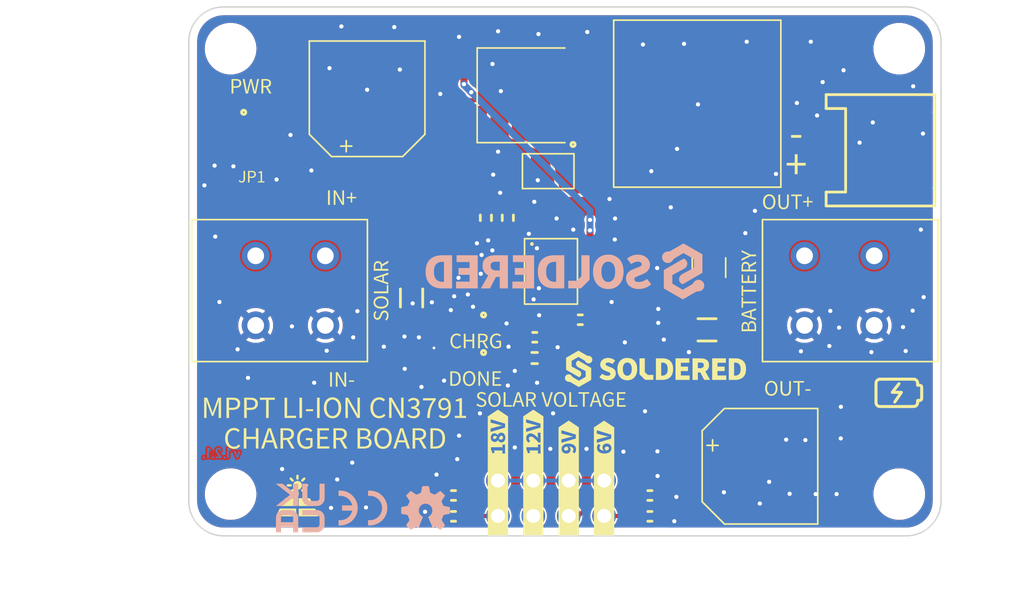
<source format=kicad_pcb>
(kicad_pcb (version 20211014) (generator pcbnew)
  (title_block (title "MPPT Li-Ion CN3791 charger board") (date "2024-03-15") (rev "V1.2.1.") (company "SOLDERED") (comment 1 "333136"))
  (layers (0 "F.Cu" signal) (31 "B.Cu" signal) (34 "B.Paste" user) (35 "F.Paste" user) (36 "B.SilkS" user "B.Silkscreen") (37 "F.SilkS" user "F.Silkscreen") (38 "B.Mask" user) (39 "F.Mask" user) (44 "Edge.Cuts" user))
  (net 0 "")
  (net 1 "GND")
  (net 2 "VCC")
  (net 3 "Net-(C4-Pad1)")
  (net 4 "Net-(C5-Pad2)")
  (net 5 "BAT")
  (net 6 "Net-(D1-Pad1)")
  (net 7 "Net-(D1-Pad2)")
  (net 8 "Net-(D2-Pad2)")
  (net 9 "Net-(D3-Pad2)")
  (net 10 "Net-(JP1-Pad2)")
  (net 11 "Net-(K2-Pad2)")
  (net 12 "Net-(K2-Pad3)")
  (net 13 "Net-(R2-Pad2)")
  (net 14 "Net-(L1-Pad2)")
  (net 15 "Net-(D3-Pad1)")
  (net 16 "Net-(D5-Pad1)")
  (net 17 "Net-(R10-Pad2)")
  (net 18 "Net-(R3-Pad2)")
  (net 19 "Net-(R5-Pad1)")
  (footprint "kibuzzard-63FDC7B8" (layer "F.Cu") (at 126.03 125.69 90)
    (fp_text reference "kibuzzard-63FDC7B8" hide)
    (fp_text value "G***" hide)
  )
  (footprint "kibuzzard-63FDC760" (layer "F.Cu") (at 121.9 116.2)
    (fp_text reference "kibuzzard-63FDC760" hide)
    (fp_text value "G***" hide)
  )
  (footprint "Soldered Graphics:Logo-Back-OSH-3.5mm" (layer "F.Cu") (at 118.3 128.2)
    (fp_text reference "G***" hide)
    (fp_text value "LOGO" hide)
  )
  (footprint "e-radionica.com footprinti:HOLE_3.2mm" (layer "F.Cu") (at 152.3 127.2)
    (fp_text reference "H2" hide)
    (fp_text value "HOLE_3.2mm" hide)
    (pad "" np_thru_hole circle locked (at 0 0) (size 3.2 3.2) (drill 3.2) (layers F&B.Cu *.Mask))
  )
  (footprint "e-radionica.com footprinti:0402LED" (layer "F.Cu") (at 121.9 117.7 180)
    (fp_text reference "D1")
    (fp_text value "Green")
    (pad "1" smd rect (at 0.55 0 270) (size 0.75 0.45) (layers "F.Cu" "F.Paste" "F.Mask") (net 6 "Net-(D1-Pad1)"))
    (pad "2" smd rect (at -0.55 0 270) (size 0.75 0.45) (layers "F.Cu" "F.Paste" "F.Mask") (net 7 "Net-(D1-Pad2)"))
  )
  (footprint "e-radionica.com footprinti:ELECTROLITIC_CAP_8x8x14.5" (layer "F.Cu") (at 114.1 98.8 90)
    (fp_text reference "C3")
    (fp_text value "VKMD1451H221MV")
    (pad "1" smd rect (at -3.3 0 180) (size 1.2 3.4) (layers "F.Cu" "F.Paste" "F.Mask") (net 2 "VCC"))
    (pad "2" smd rect (at 3.3 0 180) (size 1.2 3.4) (layers "F.Cu" "F.Paste" "F.Mask") (net 1 "GND"))
  )
  (footprint "e-radionica.com footprinti:HEADER_MALE_4X2" (layer "F.Cu") (at 127.3 127.5 90)
    (fp_text reference "K2")
    (fp_text value "HEADER_MALE_4X2")
    (pad "1" thru_hole circle (at -1.27 -3.81 90) (size 1.7 1.7) (drill 1) (layers *.Cu *.Mask) (net 18 "Net-(R3-Pad2)"))
    (pad "2" thru_hole circle (at -1.27 -1.27 90) (size 1.7 1.7) (drill 1) (layers *.Cu *.Mask) (net 11 "Net-(K2-Pad2)"))
    (pad "3" thru_hole circle (at -1.27 1.27 90) (size 1.7 1.7) (drill 1) (layers *.Cu *.Mask) (net 12 "Net-(K2-Pad3)"))
    (pad "4" thru_hole circle (at -1.27 3.81 90) (size 1.7 1.7) (drill 1) (layers *.Cu *.Mask) (net 19 "Net-(R5-Pad1)"))
    (pad "5" thru_hole circle (at 1.27 3.81 90) (size 1.7 1.7) (drill 1) (layers *.Cu *.Mask) (net 19 "Net-(R5-Pad1)"))
    (pad "6" thru_hole circle (at 1.27 1.27 90) (size 1.7 1.7) (drill 1) (layers *.Cu *.Mask) (net 19 "Net-(R5-Pad1)"))
    (pad "7" thru_hole circle (at 1.27 -1.27 90) (size 1.7 1.7) (drill 1) (layers *.Cu *.Mask) (net 19 "Net-(R5-Pad1)"))
    (pad "8" thru_hole circle (at 1.27 -3.81 90) (size 1.7 1.7) (drill 1) (layers *.Cu *.Mask) (net 19 "Net-(R5-Pad1)"))
  )
  (footprint "e-radionica.com footprinti:TERMINAL_KF235-5.0-2P" (layer "F.Cu") (at 108.6 112.58 -90)
    (fp_text reference "K1")
    (fp_text value "TERMINAL_KF235-5.0-2P")
    (pad "1" thru_hole circle (at 2.5 -2.5 270) (size 2 2) (drill 1.2) (layers *.Cu *.Mask) (net 1 "GND"))
    (pad "1" thru_hole circle (at 2.5 2.5 270) (size 2 2) (drill 1.2) (layers *.Cu *.Mask) (net 1 "GND"))
    (pad "2" thru_hole circle (at -2.5 2.5 270) (size 2 2) (drill 1.2) (layers *.Cu *.Mask) (net 2 "VCC"))
    (pad "2" thru_hole circle (at -2.5 -2.5 270) (size 2 2) (drill 1.2) (layers *.Cu *.Mask) (net 2 "VCC"))
  )
  (footprint "e-radionica.com footprinti:0603R" (layer "F.Cu") (at 120.3 128.8)
    (fp_text reference "R3")
    (fp_text value "30k")
    (pad "1" smd rect locked (at -0.775 0 90) (size 1 0.64) (layers "F.Cu" "F.Paste" "F.Mask") (net 1 "GND"))
    (pad "2" smd rect locked (at 0.775 0 90) (size 1 0.64) (layers "F.Cu" "F.Paste" "F.Mask") (net 18 "Net-(R3-Pad2)"))
  )
  (footprint "Soldered Graphics:Logo-Back-UKCA-3.5mm" (layer "F.Cu") (at 109.3 128.2)
    (fp_text reference "REF**" hide)
    (fp_text value "Logo-Back-UKCA-3.5mm" hide)
  )
  (footprint "kibuzzard-63FDC52C" (layer "F.Cu") (at 144.3 106.2)
    (fp_text reference "kibuzzard-63FDC52C" hide)
    (fp_text value "G***" hide)
  )
  (footprint "kibuzzard-65F31058" (layer "F.Cu") (at 115.1 112.58 90)
    (fp_text reference "kibuzzard-65F31058" hide)
    (fp_text value "G***" hide)
  )
  (footprint "kibuzzard-63FDC7CB" (layer "F.Cu") (at 128.57 126.08 90)
    (fp_text reference "kibuzzard-63FDC7CB" hide)
    (fp_text value "G***" hide)
  )
  (footprint "kibuzzard-63FDC6EA" (layer "F.Cu") (at 144.9 103.5)
    (fp_text reference "kibuzzard-63FDC6EA" hide)
    (fp_text value "G***" hide)
  )
  (footprint "kibuzzard-63FDC797" (layer "F.Cu") (at 123.49 125.69 90)
    (fp_text reference "kibuzzard-63FDC797" hide)
    (fp_text value "G***" hide)
  )
  (footprint "e-radionica.com footprinti:1206C" (layer "F.Cu") (at 138.5 115.4)
    (fp_text reference "C6")
    (fp_text value "10u")
    (pad "1" smd rect locked (at -1.525 0 90) (size 1.75 1) (layers "F.Cu" "F.Paste" "F.Mask") (net 1 "GND"))
    (pad "2" smd rect locked (at 1.525 0 90) (size 1.75 1) (layers "F.Cu" "F.Paste" "F.Mask") (net 5 "BAT"))
  )
  (footprint "kibuzzard-63FDC548" (layer "F.Cu") (at 144.3 119.6)
    (fp_text reference "kibuzzard-63FDC548" hide)
    (fp_text value "G***" hide)
  )
  (footprint "e-radionica.com footprinti:SMD-JUMPER-CONNECTED_TRACE_SLODERMASK" (layer "F.Cu") (at 105.8 103.2 180)
    (fp_text reference "JP1")
    (fp_text value "SMD-JUMPER-CONNECTED_TRACE_SLODERMASK")
    (fp_poly (pts (xy 0.1 0.1) (xy -0.1 0.1) (xy -0.1 -0.1) (xy 0.1 -0.1)) (layer "F.Cu") (width 0.1) (fill solid))
    (pad "1" smd rect (at -0.35 0 180) (size 0.5 1) (layers "F.Cu" "F.Mask") (net 2 "VCC"))
    (pad "2" smd rect (at 0.35 0 180) (size 0.5 1) (layers "F.Cu" "F.Mask") (net 10 "Net-(JP1-Pad2)"))
  )
  (footprint "e-radionica.com footprinti:0603C" (layer "F.Cu") (at 126.125 117.425)
    (fp_text reference "C5")
    (fp_text value "220n")
    (pad "1" smd rect locked (at -0.73 0) (size 0.66 1) (layers "F.Cu" "F.Paste" "F.Mask") (net 1 "GND"))
    (pad "2" smd rect locked (at 0.73 0) (size 0.66 1) (layers "F.Cu" "F.Paste" "F.Mask") (net 4 "Net-(C5-Pad2)"))
  )
  (footprint "e-radionica.com footprinti:JST-2pin-SMD" (layer "F.Cu") (at 150.05 102.5 -90)
    (fp_text reference "K3")
    (fp_text value "JST-2pin-SMD")
    (pad "" smd rect locked (at 3.3 -3.15 270) (size 1 3) (layers "F.Cu" "F.Paste" "F.Mask"))
    (pad "" smd rect locked (at -3.3 -3.15 270) (size 1 3) (layers "F.Cu" "F.Paste" "F.Mask"))
    (pad "1" smd rect locked (at 1 3.15 270) (size 1.1 2) (layers "F.Cu" "F.Paste" "F.Mask") (net 5 "BAT"))
    (pad "2" smd rect locked (at -1 3.15 270) (size 1.1 2) (layers "F.Cu" "F.Paste" "F.Mask") (net 1 "GND"))
  )
  (footprint "kibuzzard-63FDC769" (layer "F.Cu") (at 121.9 118.9)
    (fp_text reference "kibuzzard-63FDC769" hide)
    (fp_text value "G***" hide)
  )
  (footprint "Soldered Graphics:Symbol-Front-Battery" (layer "F.Cu") (at 152.27 120)
    (fp_text reference "G***" hide)
    (fp_text value "LOGO" hide)
  )
  (footprint "e-radionica.com footprinti:CN3791" (layer "F.Cu") (at 127.3 111.2)
    (fp_text reference "U1")
    (fp_text value "CN3791")
    (pad "1" smd rect (at -2.8 -2 270) (size 0.45 1.3) (layers "F.Cu" "F.Paste" "F.Mask") (net 3 "Net-(C4-Pad1)"))
    (pad "2" smd rect (at -2.8 -1 270) (size 0.45 1.3) (layers "F.Cu" "F.Paste" "F.Mask") (net 1 "GND"))
    (pad "3" smd rect (at -2.8 0 270) (size 0.45 1.3) (layers "F.Cu" "F.Paste" "F.Mask") (net 8 "Net-(D2-Pad2)"))
    (pad "4" smd rect (at -2.8 1 270) (size 0.45 1.3) (layers "F.Cu" "F.Paste" "F.Mask") (net 7 "Net-(D1-Pad2)"))
    (pad "5" smd rect (at -2.8 2 270) (size 0.45 1.3) (layers "F.Cu" "F.Paste" "F.Mask") (net 13 "Net-(R2-Pad2)"))
    (pad "6" smd rect (at 2.8 2 270) (size 0.45 1.3) (layers "F.Cu" "F.Paste" "F.Mask") (net 19 "Net-(R5-Pad1)"))
    (pad "7" smd rect (at 2.8 1 270) (size 0.45 1.3) (layers "F.Cu" "F.Paste" "F.Mask") (net 5 "BAT"))
    (pad "8" smd rect (at 2.8 0 270) (size 0.45 1.3) (layers "F.Cu" "F.Paste" "F.Mask") (net 14 "Net-(L1-Pad2)"))
    (pad "9" smd rect (at 2.8 -1 270) (size 0.45 1.3) (layers "F.Cu" "F.Paste" "F.Mask") (net 2 "VCC"))
    (pad "10" smd rect (at 2.8 -2 270) (size 0.45 1.3) (layers "F.Cu" "F.Paste" "F.Mask") (net 15 "Net-(D3-Pad1)"))
  )
  (footprint "e-radionica.com footprinti:0603C" (layer "F.Cu") (at 122.625 107.35 90)
    (fp_text reference "C2")
    (fp_text value "1u")
    (pad "1" smd rect locked (at -0.73 0 90) (size 0.66 1) (layers "F.Cu" "F.Paste" "F.Mask") (net 1 "GND"))
    (pad "2" smd rect locked (at 0.73 0 90) (size 0.66 1) (layers "F.Cu" "F.Paste" "F.Mask") (net 2 "VCC"))
  )
  (footprint "e-radionica.com footprinti:0402LED" (layer "F.Cu") (at 105.8 99.1)
    (fp_text reference "D5")
    (fp_text value "purple")
    (pad "1" smd rect (at 0.55 0 90) (size 0.75 0.45) (layers "F.Cu" "F.Paste" "F.Mask") (net 16 "Net-(D5-Pad1)"))
    (pad "2" smd rect (at -0.55 0 90) (size 0.75 0.45) (layers "F.Cu" "F.Paste" "F.Mask") (net 1 "GND"))
  )
  (footprint "Soldered Graphics:Logo-Back-CE-3.5mm" (layer "F.Cu") (at 113.8 128.2)
    (fp_text reference "REF**" hide)
    (fp_text value "Logo-Back-CE-3.5mm" hide)
  )
  (footprint "e-radionica.com footprinti:DPAK" (layer "F.Cu") (at 123.2 98.55 180)
    (fp_text reference "D3")
    (fp_text value "AOD4185")
    (pad "1" smd rect (at 2.79 2.285 180) (size 3 1.6) (layers "F.Cu" "F.Paste" "F.Mask") (net 15 "Net-(D3-Pad1)"))
    (pad "2" smd rect (at -4.39 0 180) (size 6.2 5.8) (layers "F.Cu" "F.Paste" "F.Mask") (net 9 "Net-(D3-Pad2)"))
    (pad "3" smd rect (at 2.79 -2.285 180) (size 3 1.6) (layers "F.Cu" "F.Paste" "F.Mask") (net 2 "VCC"))
  )
  (footprint "e-radionica.com footprinti:RBR5LAM30ATFTR" (layer "F.Cu") (at 127.1 104)
    (fp_text reference "D4")
    (fp_text value "RBR5LAM30ATFTR")
    (pad "1" smd rect locked (at 2.2 0) (size 1.4 2) (layers "F.Cu" "F.Paste" "F.Mask") (net 9 "Net-(D3-Pad2)"))
    (pad "2" smd rect locked (at -2.2 0) (size 1.4 2) (layers "F.Cu" "F.Paste" "F.Mask") (net 1 "GND"))
  )
  (footprint "e-radionica.com footprinti:0402LED" (layer "F.Cu") (at 121.9 115 180)
    (fp_text reference "D2")
    (fp_text value "Red")
    (pad "1" smd rect (at 0.55 0 270) (size 0.75 0.45) (layers "F.Cu" "F.Paste" "F.Mask") (net 6 "Net-(D1-Pad1)"))
    (pad "2" smd rect (at -0.55 0 270) (size 0.75 0.45) (layers "F.Cu" "F.Paste" "F.Mask") (net 8 "Net-(D2-Pad2)"))
  )
  (footprint "kibuzzard-63FDC46F" (layer "F.Cu") (at 105.8 97.9)
    (fp_text reference "kibuzzard-63FDC46F" hide)
    (fp_text value "G***" hide)
  )
  (footprint "kibuzzard-65F310BD" (layer "F.Cu") (at 141.5 112.58 90)
    (fp_text reference "kibuzzard-65F310BD" hide)
    (fp_text value "G***" hide)
  )
  (footprint "e-radionica.com footprinti:0402R" (layer "F.Cu") (at 119.9 115 180)
    (fp_text reference "R1")
    (fp_text value "4k7")
    (pad "1" smd rect locked (at -0.5 0 270) (size 0.64 0.54) (layers "F.Cu" "F.Paste" "F.Mask") (net 6 "Net-(D1-Pad1)"))
    (pad "2" smd rect locked (at 0.5 0 270) (size 0.64 0.54) (layers "F.Cu" "F.Paste" "F.Mask") (net 2 "VCC"))
  )
  (footprint "e-radionica.com footprinti:1210R" (layer "F.Cu") (at 138.64 110.93 -90)
    (fp_text reference "R8")
    (fp_text value "40m")
    (pad "1" smd rect (at -1.525 0) (size 2.65 1.2) (layers "F.Cu" "F.Paste" "F.Mask") (net 14 "Net-(L1-Pad2)"))
    (pad "2" smd rect (at 1.525 0) (size 2.65 1.2) (layers "F.Cu" "F.Paste" "F.Mask") (net 5 "BAT"))
  )
  (footprint "Soldered Graphics:Logo-Back-SolderedFULL-20mm" (layer "F.Cu") (at 128.3 111.2)
    (fp_text reference "REF**" hide)
    (fp_text value "Logo-Front-SolderedFULL-20mm" hide)
  )
  (footprint "e-radionica.com footprinti:0603R" (layer "F.Cu") (at 134.4 127.3 180)
    (fp_text reference "R6")
    (fp_text value "130k")
    (pad "1" smd rect locked (at -0.775 0 270) (size 1 0.64) (layers "F.Cu" "F.Paste" "F.Mask") (net 1 "GND"))
    (pad "2" smd rect locked (at 0.775 0 270) (size 1 0.64) (layers "F.Cu" "F.Paste" "F.Mask") (net 12 "Net-(K2-Pad3)"))
  )
  (footprint "kibuzzard-65F3056F" (layer "F.Cu") (at 127.3 120.4)
    (fp_text reference "kibuzzard-65F3056F" hide)
    (fp_text value "G***" hide)
  )
  (footprint "kibuzzard-63FDC4F1" (layer "F.Cu") (at 112.3 118.96)
    (fp_text reference "kibuzzard-63FDC4F1" hide)
    (fp_text value "G***" hide)
  )
  (footprint "e-radionica.com footprinti:0603R" (layer "F.Cu") (at 120.3 127.3)
    (fp_text reference "R4")
    (fp_text value "62k")
    (pad "1" smd rect locked (at -0.775 0 90) (size 1 0.64) (layers "F.Cu" "F.Paste" "F.Mask") (net 1 "GND"))
    (pad "2" smd rect locked (at 0.775 0 90) (size 1 0.64) (layers "F.Cu" "F.Paste" "F.Mask") (net 11 "Net-(K2-Pad2)"))
  )
  (footprint "kibuzzard-63FDC7F0" (layer "F.Cu") (at 131.11 126.08 90)
    (fp_text reference "kibuzzard-63FDC7F0" hide)
    (fp_text value "G***" hide)
  )
  (footprint "Soldered Graphics:Symbol-Front-Solar" (layer "F.Cu") (at 109.1 127.3)
    (fp_text reference "G***" hide)
    (fp_text value "LOGO" hide)
  )
  (footprint "e-radionica.com footprinti:HOLE_3.2mm" (layer "F.Cu") (at 104.3 95.2)
    (fp_text reference "H1" hide)
    (fp_text value "HOLE_3.2mm" hide)
    (pad "" np_thru_hole circle locked (at 0 0) (size 3.2 3.2) (drill 3.2) (layers F&B.Cu *.Mask))
  )
  (footprint "kibuzzard-65F312DB" (layer "F.Cu") (at 111.8 123.2)
    (fp_text reference "kibuzzard-65F312DB" hide)
    (fp_text value "G***" hide)
  )
  (footprint "Soldered Graphics:Logo-Front-SolderedFULL-13mm" (layer "F.Cu") (at 134.8 118.2)
    (fp_text reference "REF**" hide)
    (fp_text value "Logo-Front-SolderedFULL-13mm" hide)
  )
  (footprint "e-radionica.com footprinti:HOLE_3.2mm" (layer "F.Cu") (at 104.3 127.2)
    (fp_text reference "H3" hide)
    (fp_text value "HOLE_3.2mm" hide)
    (pad "" np_thru_hole circle locked (at 0 0) (size 3.2 3.2) (drill 3.2) (layers F&B.Cu *.Mask))
  )
  (footprint "e-radionica.com footprinti:0603R" (layer "F.Cu") (at 134.4 128.8 180)
    (fp_text reference "R7")
    (fp_text value "75k")
    (pad "1" smd rect locked (at -0.775 0 270) (size 1 0.64) (layers "F.Cu" "F.Paste" "F.Mask") (net 1 "GND"))
    (pad "2" smd rect locked (at 0.775 0 270) (size 1 0.64) (layers "F.Cu" "F.Paste" "F.Mask") (net 19 "Net-(R5-Pad1)"))
  )
  (footprint "e-radionica.com footprinti:1206C" (layer "F.Cu") (at 117.29 113.11 90)
    (fp_text reference "C1")
    (fp_text value "10u")
    (pad "1" smd rect locked (at -1.525 0 180) (size 1.75 1) (layers "F.Cu" "F.Paste" "F.Mask") (net 1 "GND"))
    (pad "2" smd rect locked (at 1.525 0 180) (size 1.75 1) (layers "F.Cu" "F.Paste" "F.Mask") (net 2 "VCC"))
  )
  (footprint "e-radionica.com footprinti:FIDUCIAL_23" (layer "F.Cu") (at 152.34 103.07)
    (fp_text reference "FD1")
    (fp_text value "FIDUCIAL")
    (fp_circle (center 0 0) (end 1 0) (layer "F.Cu") (width 0.2) (fill none))
    (pad "1" smd circle (at 0 0) (size 1 1) (layers "F.Cu" "F.Paste" "F.Mask") (clearance 1.1))
  )
  (footprint "e-radionica.com footprinti:TERMINAL_KF235-5.0-2P" (layer "F.Cu") (at 148 112.58 90)
    (fp_text reference "K6")
    (fp_text value "TERMINAL_KF235-5.0-2P")
    (pad "1" thru_hole circle (at 2.5 -2.5 90) (size 2 2) (drill 1.2) (layers *.Cu *.Mask) (net 5 "BAT"))
    (pad "1" thru_hole circle (at 2.5 2.5 90) (size 2 2) (drill 1.2) (layers *.Cu *.Mask) (net 5 "BAT"))
    (pad "2" thru_hole circle (at -2.5 2.5 90) (size 2 2) (drill 1.2) (layers *.Cu *.Mask) (net 1 "GND"))
    (pad "2" thru_hole circle (at -2.5 -2.5 90) (size 2 2) (drill 1.2) (layers *.Cu *.Mask) (net 1 "GND"))
  )
  (footprint "e-radionica.com footprinti:0402R" (layer "F.Cu") (at 105.8 100.5)
    (fp_text reference "R9")
    (fp_text value "2k2")
    (pad "1" smd rect locked (at -0.5 0 90) (size 0.64 0.54) (layers "F.Cu" "F.Paste" "F.Mask") (net 17 "Net-(R10-Pad2)"))
    (pad "2" smd rect locked (at 0.5 0 90) (size 0.64 0.54) (layers "F.Cu" "F.Paste" "F.Mask") (net 16 "Net-(D5-Pad1)"))
  )
  (footprint "e-radionica.com footprinti:ELECTROLITIC_CAP_8x8x14.5" (layer "F.Cu") (at 142.3 125.2)
    (fp_text reference "C7")
    (fp_text value "VKMD1451H221MV")
    (pad "1" smd rect (at -3.3 0 90) (size 1.2 3.4) (layers "F.Cu" "F.Paste" "F.Mask") (net 5 "BAT"))
    (pad "2" smd rect (at 3.3 0 90) (size 1.2 3.4) (layers "F.Cu" "F.Paste" "F.Mask") (net 1 "GND"))
  )
  (footprint "kibuzzard-63FDC4D6" (layer "F.Cu") (at 112.3 105.9)
    (fp_text reference "kibuzzard-63FDC4D6" hide)
    (fp_text value "G***" hide)
  )
  (footprint "kibuzzard-63FDC496" (layer "F.Cu") (at 105.8 104.4)
    (fp_text reference "kibuzzard-63FDC496" hide)
    (fp_text value "G***" hide)
  )
  (footprint "kibuzzard-65F312C9" (layer "F.Cu") (at 111.8 121)
    (fp_text reference "kibuzzard-65F312C9" hide)
    (fp_text value "G***" hide)
  )
  (footprint "e-radionica.com footprinti:HOLE_3.2mm" (layer "F.Cu") (at 152.3 95.2)
    (fp_text reference "H4" hide)
    (fp_text value "HOLE_3.2mm" hide)
    (pad "" np_thru_hole circle locked (at 0 0) (size 3.2 3.2) (drill 3.2) (layers F&B.Cu *.Mask))
  )
  (footprint "e-radionica.com footprinti:0603R" (layer "F.Cu") (at 129.4 114.675 180)
    (fp_text reference "R5")
    (fp_text value "300k")
    (pad "1" smd rect locked (at -0.775 0 270) (size 1 0.64) (layers "F.Cu" "F.Paste" "F.Mask") (net 19 "Net-(R5-Pad1)"))
    (pad "2" smd rect locked (at 0.775 0 270) (size 1 0.64) (layers "F.Cu" "F.Paste" "F.Mask") (net 2 "VCC"))
  )
  (footprint "e-radionica.com footprinti:YPRH1209-470M" (layer "F.Cu") (at 137.8 99.15)
    (fp_text reference "L1")
    (fp_text value "YPRH1209-470M")
    (pad "1" smd rect (at -4.1 0 90) (size 5.4 2.8) (layers "F.Cu" "F.Paste" "F.Mask") (net 9 "Net-(D3-Pad2)"))
    (pad "2" smd rect (at 4.1 0 90) (size 5.4 2.8) (layers "F.Cu" "F.Paste" "F.Mask") (net 14 "Net-(L1-Pad2)"))
  )
  (footprint "e-radionica.com footprinti:0603C" (layer "F.Cu") (at 124.2 107.35 90)
    (fp_text reference "C4")
    (fp_text value "100n")
    (pad "1" smd rect locked (at -0.73 0 90) (size 0.66 1) (layers "F.Cu" "F.Paste" "F.Mask") (net 3 "Net-(C4-Pad1)"))
    (pad "2" smd rect locked (at 0.73 0 90) (size 0.66 1) (layers "F.Cu" "F.Paste" "F.Mask") (net 2 "VCC"))
  )
  (footprint "e-radionica.com footprinti:0402R" (layer "F.Cu") (at 105.8 101.7 180)
    (fp_text reference "R10")
    (fp_text value "2k2")
    (pad "1" smd rect locked (at -0.5 0 270) (size 0.64 0.54) (layers "F.Cu" "F.Paste" "F.Mask") (net 10 "Net-(JP1-Pad2)"))
    (pad "2" smd rect locked (at 0.5 0 270) (size 0.64 0.54) (layers "F.Cu" "F.Paste" "F.Mask") (net 17 "Net-(R10-Pad2)"))
  )
  (footprint "kibuzzard-63FDC6FB" (layer "F.Cu") (at 144.9 101.5)
    (fp_text reference "kibuzzard-63FDC6FB" hide)
    (fp_text value "G***" hide)
  )
  (footprint "e-radionica.com footprinti:0603R" (layer "F.Cu") (at 126.135 115.935 180)
    (fp_text reference "R2")
    (fp_text value "120R")
    (pad "1" smd rect locked (at -0.775 0 270) (size 1 0.64) (layers "F.Cu" "F.Paste" "F.Mask") (net 4 "Net-(C5-Pad2)"))
    (pad "2" smd rect locked (at 0.775 0 270) (size 1 0.64) (layers "F.Cu" "F.Paste" "F.Mask") (net 13 "Net-(R2-Pad2)"))
  )
  (footprint "Soldered Graphics:Version1.2.1." (layer "B.Cu") (at 103.4 124.2 180)
    (fp_text reference "REF**" hide)
    (fp_text value "Version1.2.1." hide)
    (fp_poly (pts (xy -0.74 -0.4) (xy -0.69 -0.4) (xy -0.67 -0.36) (xy -0.67 0.3) (xy -0.71 0.33) (xy -0.76 0.33) (xy -0.8 0.29) (xy -0.91 0.17) (xy -0.93 0.12) (xy -0.9 0.11) (xy -0.81 0.17) (xy -0.77 0.18) (xy -0.77 -0.36) (xy -0.74 -0.4)) (layer "B.Cu") (width 0.01) (fill solid))
    (fp_poly (pts (xy -1.4 -0.4) (xy -1.34 -0.4) (xy -1.32 -0.36) (xy -1.16 0.05) (xy -1.18 0.08) (xy -1.24 0.08) (xy -1.26 0.05) (xy -1.35 -0.21) (xy -1.37 -0.26) (xy -1.4 -0.22) (xy -1.48 0.04) (xy -1.51 0.08) (xy -1.57 0.08) (xy -1.59 0.05) (xy -1.43 -0.36) (xy -1.4 -0.4)) (layer "B.Cu") (width 0.01) (fill solid))
    (fp_poly (pts (xy 0.98 -0.43) (xy 1.03 -0.43) (xy 1.09 -0.42) (xy 1.09 -0.38) (xy 1.09 -0.32) (xy 1.05 -0.31) (xy 1 -0.31) (xy 0.97 -0.34) (xy 0.97 -0.39) (xy 0.98 -0.43)) (layer "B.Cu") (width 0.01) (fill solid))
    (fp_poly (pts (xy 0.32 -0.43) (xy 0.37 -0.43) (xy 0.43 -0.42) (xy 0.43 -0.38) (xy 0.43 -0.32) (xy 0.39 -0.31) (xy 0.34 -0.31) (xy 0.31 -0.34) (xy 0.31 -0.39) (xy 0.32 -0.43)) (layer "B.Cu") (width 0.01) (fill solid))
    (fp_poly (pts (xy -0.52 -0.43) (xy -0.47 -0.43) (xy -0.41 -0.42) (xy -0.41 -0.38) (xy -0.41 -0.32) (xy -0.45 -0.31) (xy -0.5 -0.31) (xy -0.53 -0.34) (xy -0.53 -0.39) (xy -0.52 -0.43)) (layer "B.Cu") (width 0.01) (fill solid))
    (fp_poly (pts (xy 0.7 -0.4) (xy 0.75 -0.4) (xy 0.77 -0.36) (xy 0.77 0.3) (xy 0.73 0.33) (xy 0.68 0.33) (xy 0.64 0.29) (xy 0.53 0.17) (xy 0.51 0.12) (xy 0.54 0.11) (xy 0.63 0.17) (xy 0.67 0.18) (xy 0.67 -0.36) (xy 0.7 -0.4)) (layer "B.Cu") (width 0.01) (fill solid))
    (fp_poly (pts (xy -0.2 -0.4) (xy 0.13 -0.4) (xy 0.17 -0.38) (xy 0.17 -0.33) (xy 0.13 -0.32) (xy -0.09 -0.32) (xy -0.08 -0.28) (xy 0.09 -0.07) (xy 0.12 -0.02) (xy 0.14 0.03) (xy 0.16 0.08) (xy 0.16 0.13) (xy 0.15 0.19) (xy 0.14 0.24) (xy 0.11 0.27) (xy 0.06 0.31) (xy 0.01 0.33) (xy -0.05 0.33) (xy -0.11 0.31) (xy -0.15 0.27) (xy -0.18 0.24) (xy -0.2 0.19) (xy -0.21 0.14) (xy -0.2 0.09) (xy -0.14 0.09) (xy -0.12 0.13) (xy -0.11 0.18) (xy -0.08 0.22) (xy -0.03 0.24) (xy 0.02 0.24) (xy 0.06 0.19) (xy 0.07 0.14) (xy 0.06 0.09) (xy 0.05 0.04) (xy 0.02 -0.01) (xy -0.19 -0.26) (xy -0.22 -0.31) (xy -0.22 -0.36) (xy -0.2 -0.4)) (layer "B.Cu") (width 0.01) (fill solid))
  )
  (gr_arc (start 152.8 92.2) (mid 154.567767 92.932233) (end 155.3 94.7) (layer "Edge.Cuts") (width 0.1))
  (gr_line (start 103.8 130.2) (end 152.8 130.2) (layer "Edge.Cuts") (width 0.1))
  (gr_arc (start 101.3 94.7) (mid 102.032233 92.932233) (end 103.8 92.2) (layer "Edge.Cuts") (width 0.1))
  (gr_arc (start 103.8 130.2) (mid 102.032233 129.467767) (end 101.3 127.7) (layer "Edge.Cuts") (width 0.1))
  (gr_line (start 152.8 92.2) (end 103.8 92.2) (layer "Edge.Cuts") (width 0.1))
  (gr_line (start 155.3 127.7) (end 155.3 94.7) (layer "Edge.Cuts") (width 0.1))
  (gr_line (start 101.3 94.7) (end 101.3 127.7) (layer "Edge.Cuts") (width 0.1))
  (gr_arc (start 155.3 127.7) (mid 154.567767 129.467767) (end 152.8 130.2) (layer "Edge.Cuts") (width 0.1))
  (via (at 131.5 106) (size 0.5) (drill 0.3) (layers "F.Cu" "B.Cu") (net 1))
  (via (at 125.71 108.5) (size 0.5) (drill 0.3) (layers "F.Cu" "B.Cu") (net 1))
  (via (at 146.4 100) (size 0.5) (drill 0.3) (layers "F.Cu" "B.Cu") (net 1))
  (via (at 122.2 121.4) (size 0.5) (drill 0.3) (layers "F.Cu" "B.Cu") (net 1))
  (via (at 147.98 115.24) (size 0.5) (drill 0.3) (layers "F.Cu" "B.Cu") (net 1))
  (via (at 131.9 107.4) (size 0.5) (drill 0.3) (layers "F.Cu" "B.Cu") (net 1))
  (via (at 113.03 124.94) (size 0.5) (drill 0.3) (layers "F.Cu" "B.Cu") (net 1))
  (via (at 124.25 116.61) (size 0.5) (drill 0.3) (layers "F.Cu" "B.Cu") (net 1))
  (via (at 121.7 113.74) (size 0.5) (drill 0.3) (layers "F.Cu" "B.Cu") (net 1))
  (via (at 114.02 128.16) (size 0.5) (drill 0.3) (layers "F.Cu" "B.Cu") (net 1))
  (via (at 104.5 103.65) (size 0.5) (drill 0.3) (layers "F.Cu" "B.Cu") (net 1))
  (via (at 126.05 113.21) (size 0.5) (drill 0.3) (layers "F.Cu" "B.Cu") (net 1))
  (via (at 120.11 113.98) (size 0.5) (drill 0.3) (layers "F.Cu" "B.Cu") (net 1))
  (via (at 131.65 113.4) (size 0.5) (drill 0.3) (layers "F.Cu" "B.Cu") (net 1))
  (via (at 126.1 106.2) (size 0.5) (drill 0.3) (layers "F.Cu" "B.Cu") (net 1))
  (via (at 103.15 103.6) (size 0.5) (drill 0.3) (layers "F.Cu" "B.Cu") (net 1))
  (via (at 142.96 126.32) (size 0.5) (drill 0.3) (layers "F.Cu" "B.Cu") (net 1))
  (via (at 127.45 121.4) (size 0.5) (drill 0.3) (layers "F.Cu" "B.Cu") (net 1))
  (via (at 148.3 96.75) (size 0.5) (drill 0.3) (layers "F.Cu" "B.Cu") (net 1))
  (via (at 111.2 116.9) (size 0.5) (drill 0.3) (layers "F.Cu" "B.Cu") (net 1))
  (via (at 123.5 102.6) (size 0.5) (drill 0.3) (layers "F.Cu" "B.Cu") (net 1))
  (via (at 152.57 115.2) (size 0.5) (drill 0.3) (layers "F.Cu" "B.Cu") (net 1))
  (via (at 120.7 94.35) (size 0.5) (drill 0.3) (layers "F.Cu" "B.Cu") (net 1))
  (via (at 132.6 116.3) (size 0.5) (drill 0.3) (layers "F.Cu" "B.Cu") (net 1))
  (via (at 105.55 118.85) (size 0.5) (drill 0.3) (layers "F.Cu" "B.Cu") (net 1))
  (via (at 144.95 99.1) (size 0.5) (drill 0.3) (layers "F.Cu" "B.Cu") (net 1))
  (via (at 148.1 123.2) (size 0.5) (drill 0.3) (layers "F.Cu" "B.Cu") (net 1))
  (via (at 119.35 98.45) (size 0.5) (drill 0.3) (layers "F.Cu" "B.Cu") (net 1))
  (via (at 137.85 99.2) (size 0.5) (drill 0.3) (layers "F.Cu" "B.Cu") (net 1))
  (via (at 108.7 115.15) (size 0.5) (drill 0.3) (layers "F.Cu" "B.Cu") (net 1))
  (via (at 120.66 111.66) (size 0.5) (drill 0.3) (layers "F.Cu" "B.Cu") (net 1))
  (via (at 144.18 123.29) (size 0.5) (drill 0.3) (layers "F.Cu" "B.Cu") (net 1))
  (via (at 135.4 116.1) (size 0.5) (drill 0.3) (layers "F.Cu" "B.Cu") (net 1))
  (via (at 153.26 114.02) (size 0.5) (drill 0.3) (layers "F.Cu" "B.Cu") (net 1))
  (via (at 104.8 116.8) (size 0.5) (drill 0.3) (layers "F.Cu" "B.Cu") (net 1))
  (via (at 129.85 123.95) (size 0.5) (drill 0.3) (layers "F.Cu" "B.Cu") (net 1))
  (via (at 127.25 123.95) (size 0.5) (drill 0.3) (layers "F.Cu" "B.Cu") (net 1))
  (via (at 146.3 127.2) (size 0.5) (drill 0.3) (layers "F.Cu" "B.Cu") (net 1))
  (via (at 124.7 118.35) (size 0.5) (drill 0.3) (layers "F.Cu" "B.Cu") (net 1))
  (via (at 141.35 94.7) (size 0.5) (drill 0.3) (layers "F.Cu" "B.Cu") (net 1))
  (via (at 111.51 128.19) (size 0.5) (drill 0.3) (layers "F.Cu" "B.Cu") (net 1))
  (via (at 124.2 119.4) (size 0.5) (drill 0.3) (layers "F.Cu" "B.Cu") (net 1))
  (via (at 149.45 101.95) (size 0.5) (drill 0.3) (layers "F.Cu" "B.Cu") (net 1))
  (via (at 126.3 119.2) (size 0.5) (drill 0.3) (layers "F.Cu" "B.Cu") (net 1))
  (via (at 103.5 113.4) (size 0.5) (drill 0.3) (layers "F.Cu" "B.Cu") (net 1))
  (via (at 126.35 104.65) (size 0.5) (drill 0.3) (layers "F.Cu" "B.Cu") (net 1))
  (via (at 142.29 127.88) (size 0.5) (drill 0.3) (layers "F.Cu" "B.Cu") (net 1))
  (via (at 111.95 126.15) (size 0.5) (drill 0.3) (layers "F.Cu" "B.Cu") (net 1))
  (via (at 124.7 123.85) (size 0.5) (drill 0.3) (layers "F.Cu" "B.Cu") (net 1))
  (via (at 118.9 116.7) (size 0.4) (drill 0.2) (layers "F.Cu" "B.Cu") (net 1))
  (via (at 135 113.9) (size 0.5) (drill 0.3) (layers "F.Cu" "B.Cu") (net 1))
  (via (at 123.1 96.3) (size 0.5) (drill 0.3) (layers "F.Cu" "B.Cu") (net 1))
  (via (at 123.15 104.25) (size 0.5) (drill 0.3) (layers "F.Cu" "B.Cu") (net 1))
  (via (at 120.7 123) (size 0.5) (drill 0.3) (layers "F.Cu" "B.Cu") (net 1))
  (via (at 147.28 116.56) (size 0.5) (drill 0.3) (layers "F.Cu" "B.Cu") (net 1))
  (via (at 118 119.5) (size 0.5) (drill 0.3) (layers "F.Cu" "B.Cu") (net 1))
  (via (at 134.5 104) (size 0.5) (drill 0.3) (layers "F.Cu" "B.Cu") (net 1))
  (via (at 103.2 108.7) (size 0.5) (drill 0.3) (layers "F.Cu" "B.Cu") (net 1))
  (via (at 136.3 127.4) (size 0.5) (drill 0.3) (layers "F.Cu" "B.Cu") (net 1))
  (via (at 126.29 109.54) (size 0.5) (drill 0.3) (layers "F.Cu" "B.Cu") (net 1))
  (via (at 134.92 110.96) (size 0.5) (drill 0.3) (layers "F.Cu" "B.Cu") (net 1))
  (via (at 136.35 102.4) (size 0.5) (drill 0.3) (layers "F.Cu" "B.Cu") (net 1))
  (via (at 116.05 93.65) (size 0.5) (drill 0.3) (layers "F.Cu" "B.Cu") (net 1))
  (via (at 117.82 115.94) (size 0.5) (drill 0.3) (layers "F.Cu" "B.Cu") (net 1))
  (via (at 119.08 125.8) (size 0.5) (drill 0.3) (layers "F.Cu" "B.Cu") (net 1))
  (via (at 117.37 113.5) (size 0.5) (drill 0.3) (layers "F.Cu" "B.Cu") (net 1))
  (via (at 134.05 121.25) (size 0.5) (drill 0.3) (layers "F.Cu" "B.Cu") (net 1))
  (via (at 118.26 128.47) (size 0.5) (drill 0.3) (layers "F.Cu" "B.Cu") (net 1))
  (via (at 114.1 98.15) (size 0.5) (drill 0.3) (layers "F.Cu" "B.Cu") (net 1))
  (via (at 141.25 108.45) (size 0.5) (drill 0.3) (layers "F.Cu" "B.Cu") (net 1))
  (via (at 111.4 96.6) (size 0.5) (drill 0.3) (layers "F.Cu" "B.Cu") (net 1))
  (via (at 139.71 127.07) (size 0.5) (drill 0.3) (layers "F.Cu" "B.Cu") (net 1))
  (via (at 102.42 105.02) (size 0.5) (drill 0.3) (layers "F.Cu" "B.Cu") (net 1))
  (via (at 133.9 94.9) (size 0.5) (drill 0.3) (layers "F.Cu" "B.Cu") (net 1))
  (via (at 113.4 114.06) (size 0.5) (drill 0.3) (layers "F.Cu" "B.Cu") (net 1))
  (via (at 123.7 98.25) (size 0.5) (drill 0.3) (layers "F.Cu" "B.Cu") (net 1))
  (via (at 107.6 104.6) (size 0.5) (drill 0.3) (layers "F.Cu" "B.Cu") (net 1))
  (via (at 128.9 108.2) (size 0.5) (drill 0.3) (layers "F.Cu" "B.Cu") (net 1))
  (via (at 122.79 108.97) (size 0.5) (drill 0.3) (layers "F.Cu" "B.Cu") (net 1))
  (via (at 145.56 123.32) (size 0.5) (drill 0.3) (layers "F.Cu" "B.Cu") (net 1))
  (via (at 147.8 127.2) (size 0.5) (drill 0.3) (layers "F.Cu" "B.Cu") (net 1))
  (via (at 113.1 115.94) (size 0.5) (drill 0.3) (layers "F.Cu" "B.Cu") (net 1))
  (via (at 136.15 129.15) (size 0.5) (drill 0.3) (layers "F.Cu" "B.Cu") (net 1))
  (via (at 126.4 94.15) (size 0.5) (drill 0.3) (layers "F.Cu" "B.Cu") (net 1))
  (via (at 112.25 93.6) (size 0.5) (drill 0.3) (layers "F.Cu" "B.Cu") (net 1))
  (via (at 153.3 97.9) (size 0.5) (drill 0.3) (layers "F.Cu" "B.Cu") (net 1))
  (via (at 120.57 124.69) (size 0.5) (drill 0.3) (layers "F.Cu" "B.Cu") (net 1))
  (via (at 145.95 94.7) (size 0.5) (drill 0.3) (layers "F.Cu" "B.Cu") (net 1))
  (via (at 123.65 105.55) (size 0.5) (drill 0.3) (layers "F.Cu" "B.Cu") (net 1))
  (via (at 144.43 127.18) (size 0.5) (drill 0.3) (layers "F.Cu" "B.Cu") (net 1))
  (via (at 119.625 119.05) (size 0.5) (drill 0.3) (layers "F.Cu" "B.Cu") (net 1))
  (via (at 126.45 114.35) (size 0.5) (drill 0.3) (layers "F.Cu" "B.Cu") (net 1))
  (via (at 150.3 117) (size 0.5) (drill 0.3) (layers "F.Cu" "B.Cu") (net 1))
  (via (at 129.9 94) (size 0.5) (drill 0.3) (layers "F.Cu" "B.Cu") (net 1))
  (via (at 132.5 124.15) (size 0.5) (drill 0.3) (layers "F.Cu" "B.Cu") (net 1))
  (via (at 131.88 108.91) (size 0.5) (drill 0.3) (layers "F.Cu" "B.Cu") (net 1))
  (via (at 146.8 97.6) (size 0.5) (drill 0.3) (layers "F.Cu" "B.Cu") (net 1))
  (via (at 135 114.9) (size 0.5) (drill 0.3) (layers "F.Cu" "B.Cu") (net 1))
  (via (at 118.75 113.42) (size 0.5) (drill 0.3) (layers "F.Cu" "B.Cu") (net 1))
  (via (at 135.9 106.6) (size 0.5) (drill 0.3) (layers "F.Cu" "B.Cu") (net 1))
  (via (at 143.45 104.2) (size 0.5) (drill 0.3) (layers "F.Cu" "B.Cu") (net 1))
  (via (at 150.4 100.5) (size 0.5) (drill 0.3) (layers "F.Cu" "B.Cu") (net 1))
  (via (at 134.94 124.13) (size 0.5) (drill 0.3) (layers "F.Cu" "B.Cu") (net 1))
  (via (at 134.95 125.9) (size 0.5) (drill 0.3) (layers "F.Cu" "B.Cu") (net 1))
  (via (at 108 125.4) (size 0.5) (drill 0.3) (layers "F.Cu" "B.Cu") (net 1))
  (via (at 154.05 113.05) (size 0.5) (drill 0.3) (layers "F.Cu" "B.Cu") (net 1))
  (via (at 136.85 94.85) (size 0.5) (drill 0.3) (layers "F.Cu" "B.Cu") (net 1))
  (via (at 153.85 108.2) (size 0.5) (drill 0.3) (layers "F.Cu" "B.Cu") (net 1))
  (via (at 126.43 112.41) (size 0.5) (drill 0.3) (layers "F.Cu" "B.Cu") (net 1))
  (via (at 152.76 116.92) (size 0.5) (drill 0.3) (layers "F.Cu" "B.Cu") (net 1))
  (via (at 127.775 116.65) (size 0.5) (drill 0.3) (layers "F.Cu" "B.Cu") (net 1))
  (via (at 121.33 112.86) (size 0.5) (drill 0.3) (layers "F.Cu" "B.Cu") (net 1))
  (via (at 123.5 93.95) (size 0.5) (drill 0.3) (layers "F.Cu" "B.Cu") (net 1))
  (via (at 127.7 107.4) (size 0.5) (drill 0.3) (layers "F.Cu" "B.Cu") (net 1))
  (via (at 141.94 106.85) (size 0.5) (drill 0.3) (layers "F.Cu" "B.Cu") (net 1))
  (via (at 124.11 114.94) (size 0.5) (drill 0.3) (layers "F.Cu" "B.Cu") (net 1))
  (via (at 116.8 118.2) (size 0.5) (drill 0.3) (layers "F.Cu" "B.Cu") (net 1))
  (via (at 116.45 96.7) (size 0.5) (drill 0.3) (layers "F.Cu" "B.Cu") (net 1))
  (via (at 121.98 109.18) (size 0.5) (drill 0.3) (layers "F.Cu" "B.Cu") (net 1))
  (via (at 123.09 109.69) (size 0.5) (drill 0.3) (layers "F.Cu" "B.Cu") (net 1))
  (via (at 137.2 117) (size 0.5) (drill 0.3) (layers "F.Cu" "B.Cu") (net 1))
  (via (at 108.6 101.4) (size 0.5) (drill 0.3) (layers "F.Cu" "B.Cu") (net 1))
  (via (at 122.32 110.02) (size 0.5) (drill 0.3) (layers "F.Cu" "B.Cu") (net 1))
  (via (at 145.24 116.94) (size 0.5) (drill 0.3) (layers "F.Cu" "B.Cu") (net 1))
  (via (at 116.78 115.88) (size 0.5) (drill 0.3) (layers "F.Cu" "B.Cu") (net 1))
  (via (at 120.35 112.99) (size 0.5) (drill 0.3) (layers "F.Cu" "B.Cu") (net 1))
  (via (at 110.3 119.2) (size 0.5) (drill 0.3) (layers "F.Cu" "B.Cu") (net 1))
  (via (at 147.35 114.04) (size 0.5) (drill 0.3) (layers "F.Cu" "B.Cu") (net 1))
  (via (at 148.11 120.93) (size 0.5) (drill 0.3) (layers "F.Cu" "B.Cu") (net 1))
  (via (at 122.26 111.37) (size 0.5) (drill 0.3) (layers "F.Cu" "B.Cu") (net 1))
  (via (at 110.1 103.95) (size 0.5) (drill 0.3) (layers "F.Cu" "B.Cu") (net 1))
  (via (at 154 101.3) (size 0.5) (drill 0.3) (layers "F.Cu" "B.Cu") (net 1))
  (via (at 115.3 116.61) (size 0.5) (drill 0.3) (layers "F.Cu" "B.Cu") (net 1))
  (segment (start 119.4 115) (end 119.4 112.29) (width 0.254) (layer "F.Cu") (net 2))
  (segment (start 113 103.2) (end 114.1 102.1) (width 0.254) (layer "F.Cu") (net 2))
  (segment (start 128.075 114.675) (end 127.725 114.325) (width 0.3) (layer "F.Cu") (net 2))
  (segment (start 128.030741 110.2) (end 128.5 110.2) (width 0.5) (layer "F.Cu") (net 2))
  (segment (start 119.4 112.29) (end 118.695 111.585) (width 0.254) (layer "F.Cu") (net 2))
  (segment (start 122.05 106.65) (end 125.15 106.65) (width 0.5) (layer "F.Cu") (net 2))
  (segment (start 118.695 111.585) (end 117.29 111.585) (width 0.254) (layer "F.Cu") (net 2))
  (segment (start 127.725 114.325) (end 127.725 110.975) (width 0.3) (layer "F.Cu") (net 2))
  (segment (start 121.55 106.15) (end 122.05 106.65) (width 0.5) (layer "F.Cu") (net 2))
  (segment (start 125.15 106.65) (end 127.340489 108.840489) (width 0.5) (layer "F.Cu") (net 2))
  (segment (start 127.340489 109.509748) (end 128.030741 110.2) (width 0.5) (layer "F.Cu") (net 2))
  (segment (start 127.725 110.975) (end 128.5 110.2) (width 0.3) (layer "F.Cu") (net 2))
  (segment (start 127.340489 108.840489) (end 127.340489 109.509748) (width 0.5) (layer "F.Cu") (net 2))
  (segment (start 128.625 114.675) (end 128.075 114.675) (width 0.3) (layer "F.Cu") (net 2))
  (segment (start 106.15 103.2) (end 113 103.2) (width 0.254) (layer "F.Cu") (net 2))
  (segment (start 128.5 110.2) (end 130.1 110.2) (width 0.5) (layer "F.Cu") (net 2))
  (segment (start 124.2 108.575) (end 124.5 108.875) (width 0.3) (layer "F.Cu") (net 3))
  (segment (start 124.2 108.08) (end 124.2 108.575) (width 0.3) (layer "F.Cu") (net 3))
  (segment (start 124.5 108.875) (end 124.5 109.2) (width 0.3) (layer "F.Cu") (net 3))
  (segment (start 126.91 117.37) (end 126.855 117.425) (width 0.25) (layer "F.Cu") (net 4))
  (segment (start 126.91 115.935) (end 126.91 117.37) (width 0.25) (layer "F.Cu") (net 4))
  (segment (start 138.64 112.455) (end 138.385 112.2) (width 0.4) (layer "F.Cu") (net 5))
  (segment (start 138.385 112.2) (end 130.1 112.2) (width 0.4) (layer "F.Cu") (net 5))
  (segment (start 121.35 117.7) (end 121.35 115) (width 0.254) (layer "F.Cu") (net 6))
  (segment (start 121.35 115) (end 120.4 115) (width 0.254) (layer "F.Cu") (net 6))
  (segment (start 125 112.2) (end 123.71 112.2) (width 0.25) (layer "F.Cu") (net 7))
  (segment (start 123.71 112.2) (end 123.31 112.6) (width 0.25) (layer "F.Cu") (net 7))
  (segment (start 123.31 116.84) (end 122.45 117.7) (width 0.25) (layer "F.Cu") (net 7))
  (segment (start 123.31 112.6) (end 123.31 116.84) (width 0.25) (layer "F.Cu") (net 7))
  (segment (start 122.45 115) (end 122.45 112.2) (width 0.25) (layer "F.Cu") (net 8))
  (segment (start 123.45 111.2) (end 125 111.2) (width 0.25) (layer "F.Cu") (net 8))
  (segment (start 122.45 112.2) (end 123.45 111.2) (width 0.25) (layer "F.Cu") (net 8))
  (segment (start 106.3 101.9) (end 106.3 101.7) (width 0.254) (layer "F.Cu") (net 10))
  (segment (start 105.45 103.2) (end 105.45 102.75) (width 0.254) (layer "F.Cu") (net 10))
  (segment (start 105.45 102.75) (end 106.3 101.9) (width 0.254) (layer "F.Cu") (net 10))
  (segment (start 121.075 127.3) (end 121.295 127.52) (width 0.3) (layer "F.Cu") (net 11))
  (segment (start 121.295 127.52) (end 124.78 127.52) (width 0.3) (layer "F.Cu") (net 11))
  (segment (start 124.78 127.52) (end 126.03 128.77) (width 0.3) (layer "F.Cu") (net 11))
  (segment (start 129.28 128.77) (end 128.57 128.77) (width 0.3) (layer "F.Cu") (net 12))
  (segment (start 133.445 127.48) (end 130.57 127.48) (width 0.3) (layer "F.Cu") (net 12))
  (segment (start 133.625 127.3) (end 133.445 127.48) (width 0.3) (layer "F.Cu") (net 12))
  (segment (start 130.57 127.48) (end 129.28 128.77) (width 0.3) (layer "F.Cu") (net 12))
  (segment (start 124.5 113.75) (end 124.5 113.2) (width 0.25) (layer "F.Cu") (net 13))
  (segment (start 125.36 114.61) (end 124.5 113.75) (width 0.25) (layer "F.Cu") (net 13))
  (segment (start 125.36 115.935) (end 125.36 114.61) (width 0.25) (layer "F.Cu") (net 13))
  (segment (start 138.605 109.44) (end 138.64 109.405) (width 0.3) (layer "F.Cu") (net 14))
  (segment (start 138.605 109.44) (end 133.44 109.44) (width 0.4) (layer "F.Cu") (net 14))
  (segment (start 133.44 109.44) (end 131.68 111.2) (width 0.4) (layer "F.Cu") (net 14))
  (segment (start 131.68 111.2) (end 130.1 111.2) (width 0.4) (layer "F.Cu") (net 14))
  (segment (start 121.05 97.75) (end 121.05 97.8) (width 0.5) (layer "F.Cu") (net 15))
  (segment (start 130.1 108.25) (end 130.1 109.2) (width 0.5) (layer "F.Cu") (net 15))
  (segment (start 130.1 108.25) (end 130.1 107.5) (width 0.5) (layer "F.Cu") (net 15))
  (segment (start 121.05 97.75) (end 121.05 96.905) (width 0.5) (layer "F.Cu") (net 15))
  (segment (start 121.05 96.905) (end 120.41 96.265) (width 0.5) (layer "F.Cu") (net 15))
  (segment (start 121.05 97.8) (end 121.575 98.325) (width 0.5) (layer "F.Cu") (net 15))
  (via (at 130.1 108.25) (size 0.5) (drill 0.3) (layers "F.Cu" "B.Cu") (net 15))
  (via (at 121.05 97.75) (size 0.5) (drill 0.3) (layers "F.Cu" "B.Cu") (net 15))
  (via (at 130.1 107.5) (size 0.5) (drill 0.3) (layers "F.Cu" "B.Cu") (net 15))
  (via (at 121.575 98.325) (size 0.5) (drill 0.3) (layers "F.Cu" "B.Cu") (net 15))
  (segment (start 130.1 108.25) (end 130.1 107.5) (width 0.5) (layer "B.Cu") (net 15))
  (segment (start 121.575 98.325) (end 121.05 97.8) (width 0.5) (layer "B.Cu") (net 15))
  (segment (start 130.1 106.85) (end 121.575 98.325) (width 0.5) (layer "B.Cu") (net 15))
  (segment (start 121.05 97.8) (end 121.05 97.75) (width 0.5) (layer "B.Cu") (net 15))
  (segment (start 130.1 107.5) (end 130.1 106.85) (width 0.5) (layer "B.Cu") (net 15))
  (segment (start 106.3 100.5) (end 106.3 99.15) (width 0.254) (layer "F.Cu") (net 16))
  (segment (start 106.3 99.15) (end 106.35 99.1) (width 0.254) (layer "F.Cu") (net 16))
  (segment (start 105.3 101.7) (end 105.3 100.5) (width 0.254) (layer "F.Cu") (net 17))
  (segment (start 121.105 128.77) (end 121.075 128.8) (width 0.3) (layer "F.Cu") (net 18))
  (segment (start 123.49 128.77) (end 121.105 128.77) (width 0.3) (layer "F.Cu") (net 18))
  (segment (start 130.175 113.275) (end 130.1 113.2) (width 0.3) (layer "F.Cu") (net 19))
  (segment (start 131.11 116.41) (end 130.175 115.475) (width 0.3) (layer "F.Cu") (net 19))
  (segment (start 130.175 115.475) (end 130.175 114.675) (width 0.3) (layer "F.Cu") (net 19))
  (segment (start 131.11 128.77) (end 133.595 128.77) (width 0.3) (layer "F.Cu") (net 19))
  (segment (start 131.11 126.23) (end 131.11 116.41) (width 0.3) (layer "F.Cu") (net 19))
  (segment (start 130.175 114.675) (end 130.175 113.275) (width 0.3) (layer "F.Cu") (net 19))
  (segment (start 133.595 128.77) (end 133.625 128.8) (width 0.3) (layer "F.Cu") (net 19))
  (segment (start 131.11 126.23) (end 131.11 128.77) (width 0.3) (layer "B.Cu") (net 19))
  (segment (start 131.11 126.23) (end 123.49 126.23) (width 0.3) (layer "B.Cu") (net 19))
  (zone (net 14) (net_name "Net-(L1-Pad2)") (layer "F.Cu") (priority 2) (connect_pads yes (clearance 0.254)) (min_thickness 0.254) (fill yes (thermal_gap 0.254) (thermal_bridge_width 0.254))
    (polygon (pts (xy 143.3 101.85) (xy 139.95 108.81) (xy 139.95 110.04) (xy 137.29 110.04) (xy 137.29 108.81) (xy 140.5 101.85) (xy 140.5 96.45) (xy 143.3 96.45)))
  )
  (zone (net 2) (net_name "VCC") (layer "F.Cu") (priority 2) (connect_pads yes (clearance 0.254)) (min_thickness 0.254) (fill yes (thermal_gap 0.254) (thermal_bridge_width 0.254))
    (polygon (pts (xy 121.75 108.09) (xy 120.925 110.025) (xy 119.5 111.18) (xy 118.96 112.84) (xy 117.126533 112.839774) (xy 112.232222 112.84) (xy 105.482222 112.85) (xy 104.05 112.25) (xy 104.05 108.09) (xy 104.05 107.27) (xy 105.48 106.43) (xy 110.65 105.25) (xy 112.02 103.89) (xy 112.05 100) (xy 113.3 99.35) (xy 122.4 99.3) (xy 122.7 99.65) (xy 122.7 103.3) (xy 121.75 104.35)))
  )
  (zone (net 5) (net_name "BAT") (layer "F.Cu") (name "BAT") (priority 1) (connect_pads yes (clearance 0.254)) (min_thickness 0.254) (fill yes (thermal_gap 0.254) (thermal_bridge_width 0.254))
    (polygon (pts (xy 150.45 106.3) (xy 152.93 109.24) (xy 152.9 112.45) (xy 152.34 113.03) (xy 147.824996 113.025002) (xy 143.6 113.03) (xy 143.2 113.45) (xy 143.200059 116.66623) (xy 143.2 122.2) (xy 140.7 125.8) (xy 137.3 125.8) (xy 137.3 124.6) (xy 138.74 123.7) (xy 138.75 116.29) (xy 138.255116 114.593531) (xy 136.61 113.14) (xy 136.61 111.87) (xy 137.421769 111.273606) (xy 141.770974 111.267056) (xy 144.24 106.29) (xy 145.9 102.9) (xy 147.94 102.9)))
  )
  (zone (net 9) (net_name "Net-(D3-Pad2)") (layer "F.Cu") (priority 2) (connect_pads yes (clearance 0.254)) (min_thickness 0.254) (fill yes (thermal_gap 0.254) (thermal_bridge_width 0.508))
    (polygon (pts (xy 128.289736 95.66) (xy 132.3 96.45) (xy 135.09 96.47) (xy 135.09 101.87) (xy 129.9 105.6) (xy 128.5 105.6) (xy 127.9 105.2) (xy 127.3 102.6) (xy 124.5 101.4) (xy 124.5 97.02) (xy 124.499736 95.65)))
  )
  (zone (net 1) (net_name "GND") (layers F&B.Cu) (connect_pads (clearance 0.127)) (min_thickness 0.127) (fill yes (thermal_gap 0.254) (thermal_bridge_width 0.508))
    (polygon (pts (xy 155.3 130.2) (xy 101.3 130.2) (xy 101.3 92.2) (xy 155.3 92.2)))
  )
)
</source>
